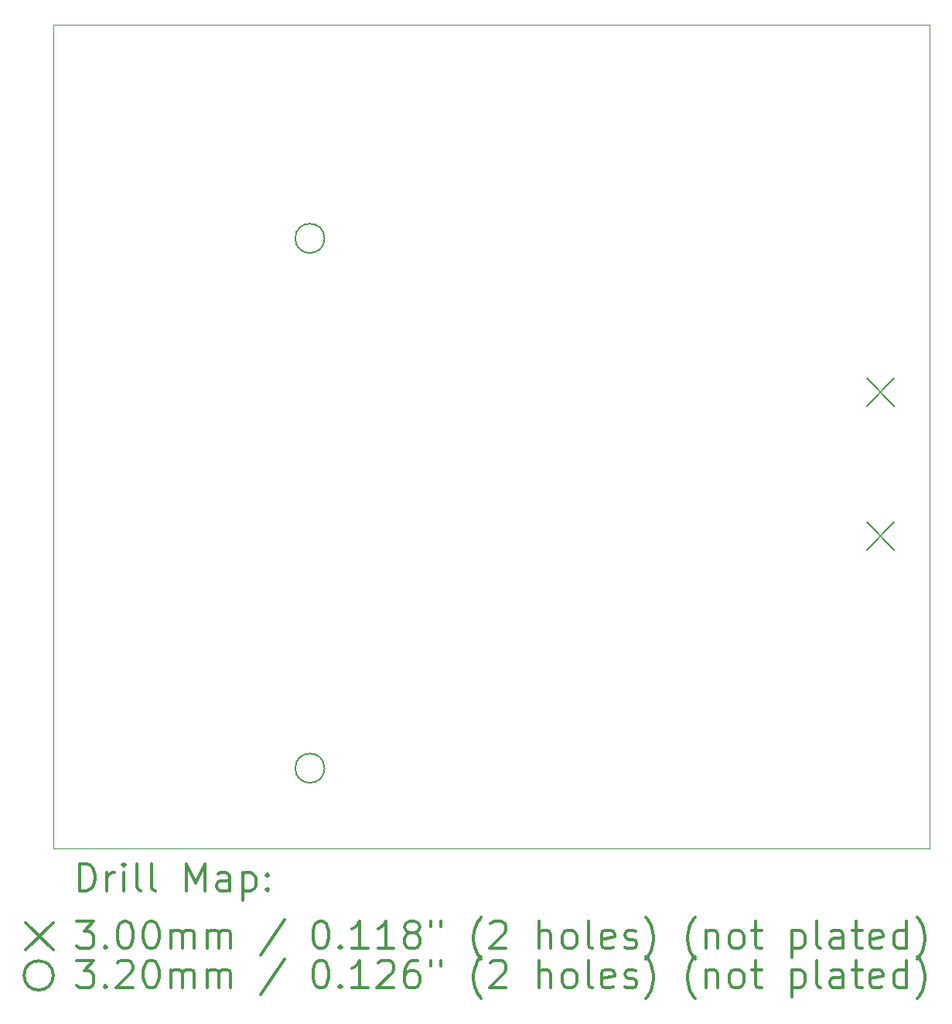
<source format=gbr>
%FSLAX45Y45*%
G04 Gerber Fmt 4.5, Leading zero omitted, Abs format (unit mm)*
G04 Created by KiCad (PCBNEW (5.1.2)-2) date 2020-11-23 21:19:48*
%MOMM*%
%LPD*%
G04 APERTURE LIST*
%ADD10C,0.050000*%
%ADD11C,0.200000*%
%ADD12C,0.300000*%
G04 APERTURE END LIST*
D10*
X12500000Y-5783000D02*
X22089000Y-5783000D01*
X22089000Y-14800000D02*
X22089000Y-5783000D01*
X12500000Y-14800000D02*
X12500000Y-5783000D01*
X12500000Y-14800000D02*
X22089000Y-14800000D01*
D11*
X21405100Y-9658900D02*
X21705100Y-9958900D01*
X21705100Y-9658900D02*
X21405100Y-9958900D01*
X21405100Y-11233700D02*
X21705100Y-11533700D01*
X21705100Y-11233700D02*
X21405100Y-11533700D01*
X15466700Y-13923700D02*
G75*
G03X15466700Y-13923700I-160000J0D01*
G01*
X15466700Y-8123700D02*
G75*
G03X15466700Y-8123700I-160000J0D01*
G01*
D12*
X12783928Y-15268214D02*
X12783928Y-14968214D01*
X12855357Y-14968214D01*
X12898214Y-14982500D01*
X12926786Y-15011071D01*
X12941071Y-15039643D01*
X12955357Y-15096786D01*
X12955357Y-15139643D01*
X12941071Y-15196786D01*
X12926786Y-15225357D01*
X12898214Y-15253929D01*
X12855357Y-15268214D01*
X12783928Y-15268214D01*
X13083928Y-15268214D02*
X13083928Y-15068214D01*
X13083928Y-15125357D02*
X13098214Y-15096786D01*
X13112500Y-15082500D01*
X13141071Y-15068214D01*
X13169643Y-15068214D01*
X13269643Y-15268214D02*
X13269643Y-15068214D01*
X13269643Y-14968214D02*
X13255357Y-14982500D01*
X13269643Y-14996786D01*
X13283928Y-14982500D01*
X13269643Y-14968214D01*
X13269643Y-14996786D01*
X13455357Y-15268214D02*
X13426786Y-15253929D01*
X13412500Y-15225357D01*
X13412500Y-14968214D01*
X13612500Y-15268214D02*
X13583928Y-15253929D01*
X13569643Y-15225357D01*
X13569643Y-14968214D01*
X13955357Y-15268214D02*
X13955357Y-14968214D01*
X14055357Y-15182500D01*
X14155357Y-14968214D01*
X14155357Y-15268214D01*
X14426786Y-15268214D02*
X14426786Y-15111071D01*
X14412500Y-15082500D01*
X14383928Y-15068214D01*
X14326786Y-15068214D01*
X14298214Y-15082500D01*
X14426786Y-15253929D02*
X14398214Y-15268214D01*
X14326786Y-15268214D01*
X14298214Y-15253929D01*
X14283928Y-15225357D01*
X14283928Y-15196786D01*
X14298214Y-15168214D01*
X14326786Y-15153929D01*
X14398214Y-15153929D01*
X14426786Y-15139643D01*
X14569643Y-15068214D02*
X14569643Y-15368214D01*
X14569643Y-15082500D02*
X14598214Y-15068214D01*
X14655357Y-15068214D01*
X14683928Y-15082500D01*
X14698214Y-15096786D01*
X14712500Y-15125357D01*
X14712500Y-15211071D01*
X14698214Y-15239643D01*
X14683928Y-15253929D01*
X14655357Y-15268214D01*
X14598214Y-15268214D01*
X14569643Y-15253929D01*
X14841071Y-15239643D02*
X14855357Y-15253929D01*
X14841071Y-15268214D01*
X14826786Y-15253929D01*
X14841071Y-15239643D01*
X14841071Y-15268214D01*
X14841071Y-15082500D02*
X14855357Y-15096786D01*
X14841071Y-15111071D01*
X14826786Y-15096786D01*
X14841071Y-15082500D01*
X14841071Y-15111071D01*
X12197500Y-15612500D02*
X12497500Y-15912500D01*
X12497500Y-15612500D02*
X12197500Y-15912500D01*
X12755357Y-15598214D02*
X12941071Y-15598214D01*
X12841071Y-15712500D01*
X12883928Y-15712500D01*
X12912500Y-15726786D01*
X12926786Y-15741071D01*
X12941071Y-15769643D01*
X12941071Y-15841071D01*
X12926786Y-15869643D01*
X12912500Y-15883929D01*
X12883928Y-15898214D01*
X12798214Y-15898214D01*
X12769643Y-15883929D01*
X12755357Y-15869643D01*
X13069643Y-15869643D02*
X13083928Y-15883929D01*
X13069643Y-15898214D01*
X13055357Y-15883929D01*
X13069643Y-15869643D01*
X13069643Y-15898214D01*
X13269643Y-15598214D02*
X13298214Y-15598214D01*
X13326786Y-15612500D01*
X13341071Y-15626786D01*
X13355357Y-15655357D01*
X13369643Y-15712500D01*
X13369643Y-15783929D01*
X13355357Y-15841071D01*
X13341071Y-15869643D01*
X13326786Y-15883929D01*
X13298214Y-15898214D01*
X13269643Y-15898214D01*
X13241071Y-15883929D01*
X13226786Y-15869643D01*
X13212500Y-15841071D01*
X13198214Y-15783929D01*
X13198214Y-15712500D01*
X13212500Y-15655357D01*
X13226786Y-15626786D01*
X13241071Y-15612500D01*
X13269643Y-15598214D01*
X13555357Y-15598214D02*
X13583928Y-15598214D01*
X13612500Y-15612500D01*
X13626786Y-15626786D01*
X13641071Y-15655357D01*
X13655357Y-15712500D01*
X13655357Y-15783929D01*
X13641071Y-15841071D01*
X13626786Y-15869643D01*
X13612500Y-15883929D01*
X13583928Y-15898214D01*
X13555357Y-15898214D01*
X13526786Y-15883929D01*
X13512500Y-15869643D01*
X13498214Y-15841071D01*
X13483928Y-15783929D01*
X13483928Y-15712500D01*
X13498214Y-15655357D01*
X13512500Y-15626786D01*
X13526786Y-15612500D01*
X13555357Y-15598214D01*
X13783928Y-15898214D02*
X13783928Y-15698214D01*
X13783928Y-15726786D02*
X13798214Y-15712500D01*
X13826786Y-15698214D01*
X13869643Y-15698214D01*
X13898214Y-15712500D01*
X13912500Y-15741071D01*
X13912500Y-15898214D01*
X13912500Y-15741071D02*
X13926786Y-15712500D01*
X13955357Y-15698214D01*
X13998214Y-15698214D01*
X14026786Y-15712500D01*
X14041071Y-15741071D01*
X14041071Y-15898214D01*
X14183928Y-15898214D02*
X14183928Y-15698214D01*
X14183928Y-15726786D02*
X14198214Y-15712500D01*
X14226786Y-15698214D01*
X14269643Y-15698214D01*
X14298214Y-15712500D01*
X14312500Y-15741071D01*
X14312500Y-15898214D01*
X14312500Y-15741071D02*
X14326786Y-15712500D01*
X14355357Y-15698214D01*
X14398214Y-15698214D01*
X14426786Y-15712500D01*
X14441071Y-15741071D01*
X14441071Y-15898214D01*
X15026786Y-15583929D02*
X14769643Y-15969643D01*
X15412500Y-15598214D02*
X15441071Y-15598214D01*
X15469643Y-15612500D01*
X15483928Y-15626786D01*
X15498214Y-15655357D01*
X15512500Y-15712500D01*
X15512500Y-15783929D01*
X15498214Y-15841071D01*
X15483928Y-15869643D01*
X15469643Y-15883929D01*
X15441071Y-15898214D01*
X15412500Y-15898214D01*
X15383928Y-15883929D01*
X15369643Y-15869643D01*
X15355357Y-15841071D01*
X15341071Y-15783929D01*
X15341071Y-15712500D01*
X15355357Y-15655357D01*
X15369643Y-15626786D01*
X15383928Y-15612500D01*
X15412500Y-15598214D01*
X15641071Y-15869643D02*
X15655357Y-15883929D01*
X15641071Y-15898214D01*
X15626786Y-15883929D01*
X15641071Y-15869643D01*
X15641071Y-15898214D01*
X15941071Y-15898214D02*
X15769643Y-15898214D01*
X15855357Y-15898214D02*
X15855357Y-15598214D01*
X15826786Y-15641071D01*
X15798214Y-15669643D01*
X15769643Y-15683929D01*
X16226786Y-15898214D02*
X16055357Y-15898214D01*
X16141071Y-15898214D02*
X16141071Y-15598214D01*
X16112500Y-15641071D01*
X16083928Y-15669643D01*
X16055357Y-15683929D01*
X16398214Y-15726786D02*
X16369643Y-15712500D01*
X16355357Y-15698214D01*
X16341071Y-15669643D01*
X16341071Y-15655357D01*
X16355357Y-15626786D01*
X16369643Y-15612500D01*
X16398214Y-15598214D01*
X16455357Y-15598214D01*
X16483928Y-15612500D01*
X16498214Y-15626786D01*
X16512500Y-15655357D01*
X16512500Y-15669643D01*
X16498214Y-15698214D01*
X16483928Y-15712500D01*
X16455357Y-15726786D01*
X16398214Y-15726786D01*
X16369643Y-15741071D01*
X16355357Y-15755357D01*
X16341071Y-15783929D01*
X16341071Y-15841071D01*
X16355357Y-15869643D01*
X16369643Y-15883929D01*
X16398214Y-15898214D01*
X16455357Y-15898214D01*
X16483928Y-15883929D01*
X16498214Y-15869643D01*
X16512500Y-15841071D01*
X16512500Y-15783929D01*
X16498214Y-15755357D01*
X16483928Y-15741071D01*
X16455357Y-15726786D01*
X16626786Y-15598214D02*
X16626786Y-15655357D01*
X16741071Y-15598214D02*
X16741071Y-15655357D01*
X17183928Y-16012500D02*
X17169643Y-15998214D01*
X17141071Y-15955357D01*
X17126786Y-15926786D01*
X17112500Y-15883929D01*
X17098214Y-15812500D01*
X17098214Y-15755357D01*
X17112500Y-15683929D01*
X17126786Y-15641071D01*
X17141071Y-15612500D01*
X17169643Y-15569643D01*
X17183928Y-15555357D01*
X17283928Y-15626786D02*
X17298214Y-15612500D01*
X17326786Y-15598214D01*
X17398214Y-15598214D01*
X17426786Y-15612500D01*
X17441071Y-15626786D01*
X17455357Y-15655357D01*
X17455357Y-15683929D01*
X17441071Y-15726786D01*
X17269643Y-15898214D01*
X17455357Y-15898214D01*
X17812500Y-15898214D02*
X17812500Y-15598214D01*
X17941071Y-15898214D02*
X17941071Y-15741071D01*
X17926786Y-15712500D01*
X17898214Y-15698214D01*
X17855357Y-15698214D01*
X17826786Y-15712500D01*
X17812500Y-15726786D01*
X18126786Y-15898214D02*
X18098214Y-15883929D01*
X18083928Y-15869643D01*
X18069643Y-15841071D01*
X18069643Y-15755357D01*
X18083928Y-15726786D01*
X18098214Y-15712500D01*
X18126786Y-15698214D01*
X18169643Y-15698214D01*
X18198214Y-15712500D01*
X18212500Y-15726786D01*
X18226786Y-15755357D01*
X18226786Y-15841071D01*
X18212500Y-15869643D01*
X18198214Y-15883929D01*
X18169643Y-15898214D01*
X18126786Y-15898214D01*
X18398214Y-15898214D02*
X18369643Y-15883929D01*
X18355357Y-15855357D01*
X18355357Y-15598214D01*
X18626786Y-15883929D02*
X18598214Y-15898214D01*
X18541071Y-15898214D01*
X18512500Y-15883929D01*
X18498214Y-15855357D01*
X18498214Y-15741071D01*
X18512500Y-15712500D01*
X18541071Y-15698214D01*
X18598214Y-15698214D01*
X18626786Y-15712500D01*
X18641071Y-15741071D01*
X18641071Y-15769643D01*
X18498214Y-15798214D01*
X18755357Y-15883929D02*
X18783928Y-15898214D01*
X18841071Y-15898214D01*
X18869643Y-15883929D01*
X18883928Y-15855357D01*
X18883928Y-15841071D01*
X18869643Y-15812500D01*
X18841071Y-15798214D01*
X18798214Y-15798214D01*
X18769643Y-15783929D01*
X18755357Y-15755357D01*
X18755357Y-15741071D01*
X18769643Y-15712500D01*
X18798214Y-15698214D01*
X18841071Y-15698214D01*
X18869643Y-15712500D01*
X18983928Y-16012500D02*
X18998214Y-15998214D01*
X19026786Y-15955357D01*
X19041071Y-15926786D01*
X19055357Y-15883929D01*
X19069643Y-15812500D01*
X19069643Y-15755357D01*
X19055357Y-15683929D01*
X19041071Y-15641071D01*
X19026786Y-15612500D01*
X18998214Y-15569643D01*
X18983928Y-15555357D01*
X19526786Y-16012500D02*
X19512500Y-15998214D01*
X19483928Y-15955357D01*
X19469643Y-15926786D01*
X19455357Y-15883929D01*
X19441071Y-15812500D01*
X19441071Y-15755357D01*
X19455357Y-15683929D01*
X19469643Y-15641071D01*
X19483928Y-15612500D01*
X19512500Y-15569643D01*
X19526786Y-15555357D01*
X19641071Y-15698214D02*
X19641071Y-15898214D01*
X19641071Y-15726786D02*
X19655357Y-15712500D01*
X19683928Y-15698214D01*
X19726786Y-15698214D01*
X19755357Y-15712500D01*
X19769643Y-15741071D01*
X19769643Y-15898214D01*
X19955357Y-15898214D02*
X19926786Y-15883929D01*
X19912500Y-15869643D01*
X19898214Y-15841071D01*
X19898214Y-15755357D01*
X19912500Y-15726786D01*
X19926786Y-15712500D01*
X19955357Y-15698214D01*
X19998214Y-15698214D01*
X20026786Y-15712500D01*
X20041071Y-15726786D01*
X20055357Y-15755357D01*
X20055357Y-15841071D01*
X20041071Y-15869643D01*
X20026786Y-15883929D01*
X19998214Y-15898214D01*
X19955357Y-15898214D01*
X20141071Y-15698214D02*
X20255357Y-15698214D01*
X20183928Y-15598214D02*
X20183928Y-15855357D01*
X20198214Y-15883929D01*
X20226786Y-15898214D01*
X20255357Y-15898214D01*
X20583928Y-15698214D02*
X20583928Y-15998214D01*
X20583928Y-15712500D02*
X20612500Y-15698214D01*
X20669643Y-15698214D01*
X20698214Y-15712500D01*
X20712500Y-15726786D01*
X20726786Y-15755357D01*
X20726786Y-15841071D01*
X20712500Y-15869643D01*
X20698214Y-15883929D01*
X20669643Y-15898214D01*
X20612500Y-15898214D01*
X20583928Y-15883929D01*
X20898214Y-15898214D02*
X20869643Y-15883929D01*
X20855357Y-15855357D01*
X20855357Y-15598214D01*
X21141071Y-15898214D02*
X21141071Y-15741071D01*
X21126786Y-15712500D01*
X21098214Y-15698214D01*
X21041071Y-15698214D01*
X21012500Y-15712500D01*
X21141071Y-15883929D02*
X21112500Y-15898214D01*
X21041071Y-15898214D01*
X21012500Y-15883929D01*
X20998214Y-15855357D01*
X20998214Y-15826786D01*
X21012500Y-15798214D01*
X21041071Y-15783929D01*
X21112500Y-15783929D01*
X21141071Y-15769643D01*
X21241071Y-15698214D02*
X21355357Y-15698214D01*
X21283928Y-15598214D02*
X21283928Y-15855357D01*
X21298214Y-15883929D01*
X21326786Y-15898214D01*
X21355357Y-15898214D01*
X21569643Y-15883929D02*
X21541071Y-15898214D01*
X21483928Y-15898214D01*
X21455357Y-15883929D01*
X21441071Y-15855357D01*
X21441071Y-15741071D01*
X21455357Y-15712500D01*
X21483928Y-15698214D01*
X21541071Y-15698214D01*
X21569643Y-15712500D01*
X21583928Y-15741071D01*
X21583928Y-15769643D01*
X21441071Y-15798214D01*
X21841071Y-15898214D02*
X21841071Y-15598214D01*
X21841071Y-15883929D02*
X21812500Y-15898214D01*
X21755357Y-15898214D01*
X21726786Y-15883929D01*
X21712500Y-15869643D01*
X21698214Y-15841071D01*
X21698214Y-15755357D01*
X21712500Y-15726786D01*
X21726786Y-15712500D01*
X21755357Y-15698214D01*
X21812500Y-15698214D01*
X21841071Y-15712500D01*
X21955357Y-16012500D02*
X21969643Y-15998214D01*
X21998214Y-15955357D01*
X22012500Y-15926786D01*
X22026786Y-15883929D01*
X22041071Y-15812500D01*
X22041071Y-15755357D01*
X22026786Y-15683929D01*
X22012500Y-15641071D01*
X21998214Y-15612500D01*
X21969643Y-15569643D01*
X21955357Y-15555357D01*
X12497500Y-16192500D02*
G75*
G03X12497500Y-16192500I-160000J0D01*
G01*
X12755357Y-16028214D02*
X12941071Y-16028214D01*
X12841071Y-16142500D01*
X12883928Y-16142500D01*
X12912500Y-16156786D01*
X12926786Y-16171071D01*
X12941071Y-16199643D01*
X12941071Y-16271071D01*
X12926786Y-16299643D01*
X12912500Y-16313929D01*
X12883928Y-16328214D01*
X12798214Y-16328214D01*
X12769643Y-16313929D01*
X12755357Y-16299643D01*
X13069643Y-16299643D02*
X13083928Y-16313929D01*
X13069643Y-16328214D01*
X13055357Y-16313929D01*
X13069643Y-16299643D01*
X13069643Y-16328214D01*
X13198214Y-16056786D02*
X13212500Y-16042500D01*
X13241071Y-16028214D01*
X13312500Y-16028214D01*
X13341071Y-16042500D01*
X13355357Y-16056786D01*
X13369643Y-16085357D01*
X13369643Y-16113929D01*
X13355357Y-16156786D01*
X13183928Y-16328214D01*
X13369643Y-16328214D01*
X13555357Y-16028214D02*
X13583928Y-16028214D01*
X13612500Y-16042500D01*
X13626786Y-16056786D01*
X13641071Y-16085357D01*
X13655357Y-16142500D01*
X13655357Y-16213929D01*
X13641071Y-16271071D01*
X13626786Y-16299643D01*
X13612500Y-16313929D01*
X13583928Y-16328214D01*
X13555357Y-16328214D01*
X13526786Y-16313929D01*
X13512500Y-16299643D01*
X13498214Y-16271071D01*
X13483928Y-16213929D01*
X13483928Y-16142500D01*
X13498214Y-16085357D01*
X13512500Y-16056786D01*
X13526786Y-16042500D01*
X13555357Y-16028214D01*
X13783928Y-16328214D02*
X13783928Y-16128214D01*
X13783928Y-16156786D02*
X13798214Y-16142500D01*
X13826786Y-16128214D01*
X13869643Y-16128214D01*
X13898214Y-16142500D01*
X13912500Y-16171071D01*
X13912500Y-16328214D01*
X13912500Y-16171071D02*
X13926786Y-16142500D01*
X13955357Y-16128214D01*
X13998214Y-16128214D01*
X14026786Y-16142500D01*
X14041071Y-16171071D01*
X14041071Y-16328214D01*
X14183928Y-16328214D02*
X14183928Y-16128214D01*
X14183928Y-16156786D02*
X14198214Y-16142500D01*
X14226786Y-16128214D01*
X14269643Y-16128214D01*
X14298214Y-16142500D01*
X14312500Y-16171071D01*
X14312500Y-16328214D01*
X14312500Y-16171071D02*
X14326786Y-16142500D01*
X14355357Y-16128214D01*
X14398214Y-16128214D01*
X14426786Y-16142500D01*
X14441071Y-16171071D01*
X14441071Y-16328214D01*
X15026786Y-16013929D02*
X14769643Y-16399643D01*
X15412500Y-16028214D02*
X15441071Y-16028214D01*
X15469643Y-16042500D01*
X15483928Y-16056786D01*
X15498214Y-16085357D01*
X15512500Y-16142500D01*
X15512500Y-16213929D01*
X15498214Y-16271071D01*
X15483928Y-16299643D01*
X15469643Y-16313929D01*
X15441071Y-16328214D01*
X15412500Y-16328214D01*
X15383928Y-16313929D01*
X15369643Y-16299643D01*
X15355357Y-16271071D01*
X15341071Y-16213929D01*
X15341071Y-16142500D01*
X15355357Y-16085357D01*
X15369643Y-16056786D01*
X15383928Y-16042500D01*
X15412500Y-16028214D01*
X15641071Y-16299643D02*
X15655357Y-16313929D01*
X15641071Y-16328214D01*
X15626786Y-16313929D01*
X15641071Y-16299643D01*
X15641071Y-16328214D01*
X15941071Y-16328214D02*
X15769643Y-16328214D01*
X15855357Y-16328214D02*
X15855357Y-16028214D01*
X15826786Y-16071071D01*
X15798214Y-16099643D01*
X15769643Y-16113929D01*
X16055357Y-16056786D02*
X16069643Y-16042500D01*
X16098214Y-16028214D01*
X16169643Y-16028214D01*
X16198214Y-16042500D01*
X16212500Y-16056786D01*
X16226786Y-16085357D01*
X16226786Y-16113929D01*
X16212500Y-16156786D01*
X16041071Y-16328214D01*
X16226786Y-16328214D01*
X16483928Y-16028214D02*
X16426786Y-16028214D01*
X16398214Y-16042500D01*
X16383928Y-16056786D01*
X16355357Y-16099643D01*
X16341071Y-16156786D01*
X16341071Y-16271071D01*
X16355357Y-16299643D01*
X16369643Y-16313929D01*
X16398214Y-16328214D01*
X16455357Y-16328214D01*
X16483928Y-16313929D01*
X16498214Y-16299643D01*
X16512500Y-16271071D01*
X16512500Y-16199643D01*
X16498214Y-16171071D01*
X16483928Y-16156786D01*
X16455357Y-16142500D01*
X16398214Y-16142500D01*
X16369643Y-16156786D01*
X16355357Y-16171071D01*
X16341071Y-16199643D01*
X16626786Y-16028214D02*
X16626786Y-16085357D01*
X16741071Y-16028214D02*
X16741071Y-16085357D01*
X17183928Y-16442500D02*
X17169643Y-16428214D01*
X17141071Y-16385357D01*
X17126786Y-16356786D01*
X17112500Y-16313929D01*
X17098214Y-16242500D01*
X17098214Y-16185357D01*
X17112500Y-16113929D01*
X17126786Y-16071071D01*
X17141071Y-16042500D01*
X17169643Y-15999643D01*
X17183928Y-15985357D01*
X17283928Y-16056786D02*
X17298214Y-16042500D01*
X17326786Y-16028214D01*
X17398214Y-16028214D01*
X17426786Y-16042500D01*
X17441071Y-16056786D01*
X17455357Y-16085357D01*
X17455357Y-16113929D01*
X17441071Y-16156786D01*
X17269643Y-16328214D01*
X17455357Y-16328214D01*
X17812500Y-16328214D02*
X17812500Y-16028214D01*
X17941071Y-16328214D02*
X17941071Y-16171071D01*
X17926786Y-16142500D01*
X17898214Y-16128214D01*
X17855357Y-16128214D01*
X17826786Y-16142500D01*
X17812500Y-16156786D01*
X18126786Y-16328214D02*
X18098214Y-16313929D01*
X18083928Y-16299643D01*
X18069643Y-16271071D01*
X18069643Y-16185357D01*
X18083928Y-16156786D01*
X18098214Y-16142500D01*
X18126786Y-16128214D01*
X18169643Y-16128214D01*
X18198214Y-16142500D01*
X18212500Y-16156786D01*
X18226786Y-16185357D01*
X18226786Y-16271071D01*
X18212500Y-16299643D01*
X18198214Y-16313929D01*
X18169643Y-16328214D01*
X18126786Y-16328214D01*
X18398214Y-16328214D02*
X18369643Y-16313929D01*
X18355357Y-16285357D01*
X18355357Y-16028214D01*
X18626786Y-16313929D02*
X18598214Y-16328214D01*
X18541071Y-16328214D01*
X18512500Y-16313929D01*
X18498214Y-16285357D01*
X18498214Y-16171071D01*
X18512500Y-16142500D01*
X18541071Y-16128214D01*
X18598214Y-16128214D01*
X18626786Y-16142500D01*
X18641071Y-16171071D01*
X18641071Y-16199643D01*
X18498214Y-16228214D01*
X18755357Y-16313929D02*
X18783928Y-16328214D01*
X18841071Y-16328214D01*
X18869643Y-16313929D01*
X18883928Y-16285357D01*
X18883928Y-16271071D01*
X18869643Y-16242500D01*
X18841071Y-16228214D01*
X18798214Y-16228214D01*
X18769643Y-16213929D01*
X18755357Y-16185357D01*
X18755357Y-16171071D01*
X18769643Y-16142500D01*
X18798214Y-16128214D01*
X18841071Y-16128214D01*
X18869643Y-16142500D01*
X18983928Y-16442500D02*
X18998214Y-16428214D01*
X19026786Y-16385357D01*
X19041071Y-16356786D01*
X19055357Y-16313929D01*
X19069643Y-16242500D01*
X19069643Y-16185357D01*
X19055357Y-16113929D01*
X19041071Y-16071071D01*
X19026786Y-16042500D01*
X18998214Y-15999643D01*
X18983928Y-15985357D01*
X19526786Y-16442500D02*
X19512500Y-16428214D01*
X19483928Y-16385357D01*
X19469643Y-16356786D01*
X19455357Y-16313929D01*
X19441071Y-16242500D01*
X19441071Y-16185357D01*
X19455357Y-16113929D01*
X19469643Y-16071071D01*
X19483928Y-16042500D01*
X19512500Y-15999643D01*
X19526786Y-15985357D01*
X19641071Y-16128214D02*
X19641071Y-16328214D01*
X19641071Y-16156786D02*
X19655357Y-16142500D01*
X19683928Y-16128214D01*
X19726786Y-16128214D01*
X19755357Y-16142500D01*
X19769643Y-16171071D01*
X19769643Y-16328214D01*
X19955357Y-16328214D02*
X19926786Y-16313929D01*
X19912500Y-16299643D01*
X19898214Y-16271071D01*
X19898214Y-16185357D01*
X19912500Y-16156786D01*
X19926786Y-16142500D01*
X19955357Y-16128214D01*
X19998214Y-16128214D01*
X20026786Y-16142500D01*
X20041071Y-16156786D01*
X20055357Y-16185357D01*
X20055357Y-16271071D01*
X20041071Y-16299643D01*
X20026786Y-16313929D01*
X19998214Y-16328214D01*
X19955357Y-16328214D01*
X20141071Y-16128214D02*
X20255357Y-16128214D01*
X20183928Y-16028214D02*
X20183928Y-16285357D01*
X20198214Y-16313929D01*
X20226786Y-16328214D01*
X20255357Y-16328214D01*
X20583928Y-16128214D02*
X20583928Y-16428214D01*
X20583928Y-16142500D02*
X20612500Y-16128214D01*
X20669643Y-16128214D01*
X20698214Y-16142500D01*
X20712500Y-16156786D01*
X20726786Y-16185357D01*
X20726786Y-16271071D01*
X20712500Y-16299643D01*
X20698214Y-16313929D01*
X20669643Y-16328214D01*
X20612500Y-16328214D01*
X20583928Y-16313929D01*
X20898214Y-16328214D02*
X20869643Y-16313929D01*
X20855357Y-16285357D01*
X20855357Y-16028214D01*
X21141071Y-16328214D02*
X21141071Y-16171071D01*
X21126786Y-16142500D01*
X21098214Y-16128214D01*
X21041071Y-16128214D01*
X21012500Y-16142500D01*
X21141071Y-16313929D02*
X21112500Y-16328214D01*
X21041071Y-16328214D01*
X21012500Y-16313929D01*
X20998214Y-16285357D01*
X20998214Y-16256786D01*
X21012500Y-16228214D01*
X21041071Y-16213929D01*
X21112500Y-16213929D01*
X21141071Y-16199643D01*
X21241071Y-16128214D02*
X21355357Y-16128214D01*
X21283928Y-16028214D02*
X21283928Y-16285357D01*
X21298214Y-16313929D01*
X21326786Y-16328214D01*
X21355357Y-16328214D01*
X21569643Y-16313929D02*
X21541071Y-16328214D01*
X21483928Y-16328214D01*
X21455357Y-16313929D01*
X21441071Y-16285357D01*
X21441071Y-16171071D01*
X21455357Y-16142500D01*
X21483928Y-16128214D01*
X21541071Y-16128214D01*
X21569643Y-16142500D01*
X21583928Y-16171071D01*
X21583928Y-16199643D01*
X21441071Y-16228214D01*
X21841071Y-16328214D02*
X21841071Y-16028214D01*
X21841071Y-16313929D02*
X21812500Y-16328214D01*
X21755357Y-16328214D01*
X21726786Y-16313929D01*
X21712500Y-16299643D01*
X21698214Y-16271071D01*
X21698214Y-16185357D01*
X21712500Y-16156786D01*
X21726786Y-16142500D01*
X21755357Y-16128214D01*
X21812500Y-16128214D01*
X21841071Y-16142500D01*
X21955357Y-16442500D02*
X21969643Y-16428214D01*
X21998214Y-16385357D01*
X22012500Y-16356786D01*
X22026786Y-16313929D01*
X22041071Y-16242500D01*
X22041071Y-16185357D01*
X22026786Y-16113929D01*
X22012500Y-16071071D01*
X21998214Y-16042500D01*
X21969643Y-15999643D01*
X21955357Y-15985357D01*
M02*

</source>
